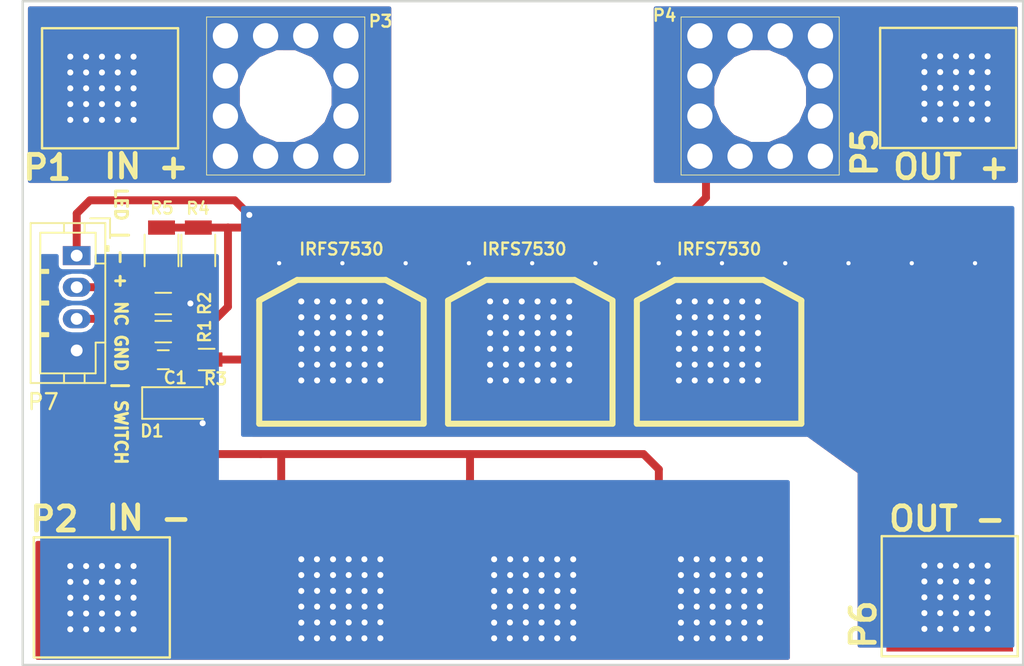
<source format=kicad_pcb>
(kicad_pcb (version 20240108) (generator "pcbnew") (generator_version "8.0")
  (layers (0 "F.Cu" signal) (31 "B.Cu" signal) (34 "B.Paste" user) (35 "F.Paste" user) (36 "B.SilkS" user "B.Silkscreen") (37 "F.SilkS" user "F.Silkscreen") (38 "B.Mask" user) (39 "F.Mask" user) (44 "Edge.Cuts" user))
  (net 0 "")
  (net 1 "VCC")
  (net 2 "GND")
  (net 3 "Net-(C1-Pad1)")
  (net 4 "Net-(P4-Pad1)")
  (net 5 "Net-(P6-Pad1)")
  (net 6 "/SW_NC")
  (net 7 "Net-(P7-Pad2)")
  (footprint "Capacitors_SMD:C_0603" (layer "F.Cu") (at 92.569 82.957 180)
    (property "Reference" "C1")
    (property "Value" "1uF")
  )
  (footprint "Global_Parts:M5_Screw_Terminal_12_pin" (layer "F.Cu") (at 100.31 66.27)
    (property "Reference" "P3")
    (property "Value" "Screw_Terminal")
  )
  (footprint "Global_Parts:M5_Screw_Terminal_12_pin" (layer "F.Cu") (at 130.31 66.27)
    (property "Reference" "P4")
    (property "Value" "Screw_Terminal")
  )
  (footprint "sparkparts:D2PAK-7-GDS" (layer "F.Cu") (at 103.837 87.708)
    (property "Reference" "Q1" (hide yes))
    (property "Value" "IRFS7530")
  )
  (footprint "sparkparts:D2PAK-7-GDS" (layer "F.Cu") (at 115.775 87.708)
    (property "Reference" "Q2" (hide yes))
    (property "Value" "IRFS7530")
  )
  (footprint "sparkparts:D2PAK-7-GDS" (layer "F.Cu") (at 127.713 87.708)
    (property "Reference" "Q3" (hide yes))
    (property "Value" "IRFS7530")
  )
  (footprint "Resistors_SMD:R_0603" (layer "F.Cu") (at 92.569 81.179 180)
    (property "Reference" "R1")
    (property "Value" "1M")
  )
  (footprint "Resistors_SMD:R_0603" (layer "F.Cu") (at 92.569 79.401)
    (property "Reference" "R2")
    (property "Value" "1M")
  )
  (footprint "Resistors_SMD:R_0603" (layer "F.Cu") (at 95.31 82.945 180)
    (property "Reference" "R3")
    (property "Value" "1K")
  )
  (footprint "Resistors_SMD:R_1206" (layer "F.Cu") (at 94.785 76.045 -90)
    (property "Reference" "R4")
    (property "Value" "16.5K")
  )
  (footprint "Resistors_SMD:R_1206" (layer "F.Cu") (at 92.46 76.045 -90)
    (property "Reference" "R5")
    (property "Value" "16.5K")
  )
  (footprint "Kinetic_Footprints:via-0.45mm" (layer "F.Cu") (at 99.895 76.85)
    (property "Reference" "")
    (property "Value" "")
  )
  (footprint "Kinetic_Footprints:via-0.45mm" (layer "F.Cu") (at 103.895 76.85)
    (property "Reference" "")
    (property "Value" "")
  )
  (footprint "Kinetic_Footprints:via-0.45mm" (layer "F.Cu") (at 107.895 76.85)
    (property "Reference" "")
    (property "Value" "")
  )
  (footprint "Kinetic_Footprints:via-0.45mm" (layer "F.Cu") (at 111.895 76.85)
    (property "Reference" "")
    (property "Value" "")
  )
  (footprint "Kinetic_Footprints:via-0.45mm" (layer "F.Cu") (at 115.895 76.85)
    (property "Reference" "")
    (property "Value" "")
  )
  (footprint "Kinetic_Footprints:via-0.45mm" (layer "F.Cu") (at 119.895 76.85)
    (property "Reference" "")
    (property "Value" "")
  )
  (footprint "Kinetic_Footprints:via-0.45mm" (layer "F.Cu") (at 123.895 76.85)
    (property "Reference" "")
    (property "Value" "")
  )
  (footprint "Kinetic_Footprints:via-0.45mm" (layer "F.Cu") (at 127.895 76.85)
    (property "Reference" "")
    (property "Value" "")
  )
  (footprint "Kinetic_Footprints:via-0.45mm" (layer "F.Cu") (at 131.895 76.85)
    (property "Reference" "")
    (property "Value" "")
  )
  (footprint "Kinetic_Footprints:via-0.45mm" (layer "F.Cu") (at 135.895 76.85)
    (property "Reference" "")
    (property "Value" "")
  )
  (footprint "Kinetic_Footprints:via-0.45mm" (layer "F.Cu") (at 139.895 76.85)
    (property "Reference" "")
    (property "Value" "")
  )
  (footprint "Kinetic_Footprints:via-0.45mm" (layer "F.Cu") (at 143.895 76.85)
    (property "Reference" "")
    (property "Value" "")
  )
  (footprint "sparkparts:1PAD_8x7mm" (layer "F.Cu") (at 89.205 65.78)
    (property "Reference" "P1")
    (property "Value" "Pad_Conn" (hide yes))
  )
  (footprint "sparkparts:1PAD_8x7mm" (layer "F.Cu") (at 88.685 97.995)
    (property "Reference" "P2")
    (property "Value" "Pad_Conn" (hide yes))
  )
  (footprint "sparkparts:1PAD_8x7mm" (layer "F.Cu") (at 142.195 65.76)
    (property "Reference" "P5")
    (property "Value" "Pad_Conn" (hide yes))
  )
  (footprint "sparkparts:1PAD_8x7mm" (layer "F.Cu") (at 142.295 97.92)
    (property "Reference" "P6")
    (property "Value" "Pad_Conn" (hide yes))
  )
  (footprint "Diodes_SMD:D_SOD-123F" (layer "F.Cu") (at 93.435 85.695)
    (property "Reference" "D1")
    (property "Value" "ZENER")
  )
  (footprint "Connector_JST:JST_PH_B4B-PH-K_1x04_P2.00mm_Vertical" (layer "F.Cu") (at 87.095 76.37 -90)
    (property "Reference" "P7")
    (property "Value" "CONN_01X04")
  )
  (gr_line (start 83.685 60.27) (end 83.685 102.27) (stroke (width 0.15)) (layer "Edge.Cuts"))
  (gr_line (start 146.935 60.27) (end 83.685 60.27) (stroke (width 0.15)) (layer "Edge.Cuts"))
  (gr_line (start 146.935 102.27) (end 146.935 60.27) (stroke (width 0.15)) (layer "Edge.Cuts"))
  (gr_line (start 83.685 102.27) (end 146.935 102.27) (stroke (width 0.15)) (layer "Edge.Cuts"))
  (gr_text "LED | - +" (at 89.895 75.27 270) (layer "F.SilkS") (effects (font (size 0.75 0.75) (thickness 0.1875))))
  (gr_text "IN -" (at 91.665 92.96 0) (layer "F.SilkS") (effects (font (size 1.5 1.5) (thickness 0.3))))
  (gr_text "OUT +" (at 142.395 70.76 0) (layer "F.SilkS") (effects (font (size 1.5 1.5) (thickness 0.3))))
  (gr_text "OUT -" (at 142.135 93.02 0) (layer "F.SilkS") (effects (font (size 1.5 1.5) (thickness 0.3))))
  (gr_text "IN +" (at 91.505 70.72 0) (layer "F.SilkS") (effects (font (size 1.5 1.5) (thickness 0.3))))
  (gr_text "NC GND | SWITCH" (at 89.895 84.42 270) (layer "F.SilkS") (effects (font (size 0.75 0.75) (thickness 0.1875))))
  (segment (start 90.692 64.7812) (end 89.692 64.7812) (width 0.25) (layer "F.Cu") (net 1))
  (segment (start 89.692 64.7812) (end 88.692 64.7812) (width 0.25) (layer "F.Cu") (net 1))
  (segment (start 89.692 67.7812) (end 90.692 67.7812) (width 0.25) (layer "F.Cu") (net 1))
  (segment (start 87.692 65.7812) (end 88.692 65.7812) (width 0.25) (layer "F.Cu") (net 1))
  (segment (start 90.692 66.7812) (end 89.692 66.7812) (width 0.25) (layer "F.Cu") (net 1))
  (segment (start 90.692 65.7812) (end 90.692 66.7812) (width 0.25) (layer "F.Cu") (net 1))
  (segment (start 87.692 67.7812) (end 86.692 67.7812) (width 0.25) (layer "F.Cu") (net 1))
  (segment (start 86.692 63.7812) (end 87.692 63.7812) (width 0.25) (layer "F.Cu") (net 1))
  (segment (start 86.692 64.7812) (end 86.692 65.7812) (width 0.25) (layer "F.Cu") (net 1))
  (segment (start 86.692 66.7812) (end 86.692 67.7812) (width 0.25) (layer "F.Cu") (net 1))
  (segment (start 87.692 64.7812) (end 86.692 64.7812) (width 0.25) (layer "F.Cu") (net 1))
  (segment (start 88.692 67.7812) (end 89.692 67.7812) (width 0.25) (layer "F.Cu") (net 1))
  (segment (start 87.692 66.7812) (end 86.692 66.7812) (width 0.25) (layer "F.Cu") (net 1))
  (segment (start 89.692 63.7812) (end 90.692 63.7812) (width 0.25) (layer "F.Cu") (net 1))
  (segment (start 88.692 65.7812) (end 87.692 64.7812) (width 0.25) (layer "F.Cu") (net 1))
  (segment (start 87.692 64.7812) (end 86.692 63.7812) (width 0.25) (layer "F.Cu") (net 1))
  (segment (start 90.692 63.7812) (end 90.692 64.7812) (width 0.25) (layer "F.Cu") (net 1))
  (segment (start 89.692 66.7812) (end 88.692 66.7812) (width 0.25) (layer "F.Cu") (net 1))
  (segment (start 88.692 64.7812) (end 87.692 64.7812) (width 0.25) (layer "F.Cu") (net 1))
  (segment (start 89.692 65.7812) (end 90.692 65.7812) (width 0.25) (layer "F.Cu") (net 1))
  (segment (start 86.692 65.7812) (end 87.692 65.7812) (width 0.25) (layer "F.Cu") (net 1))
  (segment (start 88.692 63.7812) (end 87.692 63.7812) (width 0.25) (layer "F.Cu") (net 1))
  (segment (start 87.692 67.7812) (end 88.692 67.7812) (width 0.25) (layer "F.Cu") (net 1))
  (segment (start 88.692 65.7812) (end 89.692 65.7812) (width 0.25) (layer "F.Cu") (net 1))
  (segment (start 88.692 66.7812) (end 87.692 66.7812) (width 0.25) (layer "F.Cu") (net 1))
  (segment (start 88.692 63.7812) (end 89.692 63.7812) (width 0.25) (layer "F.Cu") (net 1))
  (via (at 87.692 63.7812) (size 0.635) (drill 0.381) (layers "F.Cu" "B.Cu") (net 1))
  (via (at 88.692 63.7812) (size 0.635) (drill 0.381) (layers "F.Cu" "B.Cu") (net 1))
  (via (at 89.692 63.7812) (size 0.635) (drill 0.381) (layers "F.Cu" "B.Cu") (net 1))
  (via (at 90.692 63.7812) (size 0.635) (drill 0.381) (layers "F.Cu" "B.Cu") (net 1))
  (via (at 86.692 64.7812) (size 0.635) (drill 0.381) (layers "F.Cu" "B.Cu") (net 1))
  (via (at 87.692 64.7812) (size 0.635) (drill 0.381) (layers "F.Cu" "B.Cu") (net 1))
  (via (at 88.692 64.7812) (size 0.635) (drill 0.381) (layers "F.Cu" "B.Cu") (net 1))
  (via (at 89.692 64.7812) (size 0.635) (drill 0.381) (layers "F.Cu" "B.Cu") (net 1))
  (via (at 90.692 64.7812) (size 0.635) (drill 0.381) (layers "F.Cu" "B.Cu") (net 1))
  (via (at 86.692 65.7812) (size 0.635) (drill 0.381) (layers "F.Cu" "B.Cu") (net 1))
  (via (at 87.692 65.7812) (size 0.635) (drill 0.381) (layers "F.Cu" "B.Cu") (net 1))
  (via (at 88.692 65.7812) (size 0.635) (drill 0.381) (layers "F.Cu" "B.Cu") (net 1))
  (via (at 89.692 65.7812) (size 0.635) (drill 0.381) (layers "F.Cu" "B.Cu") (net 1))
  (via (at 90.692 65.7812) (size 0.635) (drill 0.381) (layers "F.Cu" "B.Cu") (net 1))
  (via (at 86.692 66.7812) (size 0.635) (drill 0.381) (layers "F.Cu" "B.Cu") (net 1))
  (via (at 87.692 66.7812) (size 0.635) (drill 0.381) (layers "F.Cu" "B.Cu") (net 1))
  (via (at 88.692 66.7812) (size 0.635) (drill 0.381) (layers "F.Cu" "B.Cu") (net 1))
  (via (at 89.692 66.7812) (size 0.635) (drill 0.381) (layers "F.Cu" "B.Cu") (net 1))
  (via (at 90.692 66.7812) (size 0.635) (drill 0.381) (layers "F.Cu" "B.Cu") (net 1))
  (via (at 86.692 67.7812) (size 0.635) (drill 0.381) (layers "F.Cu" "B.Cu") (net 1))
  (via (at 87.692 67.7812) (size 0.635) (drill 0.381) (layers "F.Cu" "B.Cu") (net 1))
  (via (at 88.692 67.7812) (size 0.635) (drill 0.381) (layers "F.Cu" "B.Cu") (net 1))
  (via (at 89.692 67.7812) (size 0.635) (drill 0.381) (layers "F.Cu" "B.Cu") (net 1))
  (via (at 90.692 67.7812) (size 0.635) (drill 0.381) (layers "F.Cu" "B.Cu") (net 1))
  (via (at 86.692 63.7812) (size 0.635) (drill 0.381) (layers "F.Cu" "B.Cu") (net 1))
  (segment (start 113.362 95.455) (end 113.489 95.582) (width 0.25) (layer "F.Cu") (net 2))
  (segment (start 101.17 95.455) (end 101.297 95.582) (width 0.25) (layer "F.Cu") (net 2))
  (segment (start 89.692 99.0138) (end 90.692 99.0138) (width 0.25) (layer "F.Cu") (net 2))
  (segment (start 130.3 100.582) (end 129.3132 100.582) (width 0.25) (layer "F.Cu") (net 2))
  (segment (start 90.692 99.0138) (end 90.692 100.0138) (width 0.25) (layer "F.Cu") (net 2))
  (segment (start 94.279 79.401) (end 94.285 79.395) (width 0.5) (layer "F.Cu") (net 2))
  (segment (start 129.3132 100.582) (end 128.2972 100.582) (width 0.25) (layer "F.Cu") (net 2))
  (segment (start 86.692 97.0138) (end 86.692 98.0138) (width 0.25) (layer "F.Cu") (net 2))
  (segment (start 129.3 99.582) (end 128.2972 99.582) (width 0.25) (layer "F.Cu") (net 2))
  (segment (start 86.692 98.0138) (end 87.692 98.0138) (width 0.25) (layer "F.Cu") (net 2))
  (segment (start 125.3 95.582) (end 126.316 95.582) (width 0.25) (layer "F.Cu") (net 2))
  (segment (start 88.692 96.0138) (end 89.692 96.0138) (width 0.25) (layer "F.Cu") (net 2))
  (segment (start 101.297 95.582) (end 101.297 92.40954) (width 0.25) (layer "F.Cu") (net 2))
  (segment (start 129.3 96.582) (end 129.3 97.5886) (width 0.25) (layer "F.Cu") (net 2))
  (segment (start 89.692 100.0138) (end 88.692 100.0138) (width 0.25) (layer "F.Cu") (net 2))
  (segment (start 88.692 97.0138) (end 87.692 97.0138) (width 0.25) (layer "F.Cu") (net 2))
  (segment (start 89.692 98.0138) (end 90.692 98.0138) (width 0.25) (layer "F.Cu") (net 2))
  (segment (start 87.692 100.0138) (end 86.692 100.0138) (width 0.25) (layer "F.Cu") (net 2))
  (segment (start 87.692 96.0138) (end 87.692 97.0138) (width 0.25) (layer "F.Cu") (net 2))
  (segment (start 86.692 96.0138) (end 88.692 98.0138) (width 0.25) (layer "F.Cu") (net 2))
  (segment (start 88.692 98.0138) (end 87.692 98.0138) (width 0.25) (layer "F.Cu") (net 2))
  (segment (start 130.3 95.582) (end 130.3 96.5726) (width 0.25) (layer "F.Cu") (net 2))
  (segment (start 95.07 85.695) (end 95.07 86.96) (width 0.5) (layer "F.Cu") (net 2))
  (segment (start 89.692 97.0138) (end 88.692 97.0138) (width 0.25) (layer "F.Cu") (net 2))
  (segment (start 86.692 99.0138) (end 87.692 99.0138) (width 0.25) (layer "F.Cu") (net 2))
  (segment (start 90.692 100.0138) (end 89.692 100.0138) (width 0.25) (layer "F.Cu") (net 2))
  (segment (start 130.3 98.5792) (end 130.3 99.5698) (width 0.25) (layer "F.Cu") (net 2))
  (segment (start 113.489 95.582) (end 113.489 92.66354) (width 0.25) (layer "F.Cu") (net 2))
  (segment (start 89.7038 99.0138) (end 88.685 97.995) (width 0.25) (layer "F.Cu") (net 2))
  (segment (start 88.692 100.0138) (end 87.692 100.0138) (width 0.25) (layer "F.Cu") (net 2))
  (segment (start 87.692 96.0138) (end 88.692 96.0138) (width 0.25) (layer "F.Cu") (net 2))
  (segment (start 90.692 97.0138) (end 89.692 97.0138) (width 0.25) (layer "F.Cu") (net 2))
  (segment (start 130.3 97.5886) (end 130.3 98.5792) (width 0.25) (layer "F.Cu") (net 2))
  (segment (start 87.692 99.0138) (end 88.692 99.0138) (width 0.25) (layer "F.Cu") (net 2))
  (segment (start 129.3 97.5886) (end 129.3 98.5792) (width 0.25) (layer "F.Cu") (net 2))
  (segment (start 88.692 99.0138) (end 89.692 99.0138) (width 0.25) (layer "F.Cu") (net 2))
  (segment (start 95.07 86.96) (end 95.06 86.97) (width 0.5) (layer "F.Cu") (net 2))
  (segment (start 88.692 98.0138) (end 89.692 98.0138) (width 0.25) (layer "F.Cu") (net 2))
  (segment (start 90.692 96.0138) (end 90.692 97.0138) (width 0.25) (layer "F.Cu") (net 2))
  (segment (start 88.692 98.0138) (end 88.692 98.002) (width 0.25) (layer "F.Cu") (net 2))
  (segment (start 87.692 97.0138) (end 88.692 98.0138) (width 0.25) (layer "F.Cu") (net 2))
  (segment (start 128.3 97.582) (end 127.3066 97.582) (width 0.25) (layer "F.Cu") (net 2))
  (segment (start 128.348 95.582) (end 129.3005 95.582) (width 0.25) (layer "F.Cu") (net 2))
  (segment (start 87.692 97.0138) (end 86.692 97.0138) (width 0.25) (layer "F.Cu") (net 2))
  (segment (start 90.692 99.0138) (end 89.7038 99.0138) (width 0.25) (layer "F.Cu") (net 2))
  (segment (start 93.319 79.401) (end 94.279 79.401) (width 0.5) (layer "F.Cu") (net 2))
  (segment (start 89.692 96.0138) (end 90.692 96.0138) (width 0.25) (layer "F.Cu") (net 2))
  (segment (start 130.3 96.5726) (end 130.3 97.5886) (width 0.25) (layer "F.Cu") (net 2))
  (segment (start 113.489 92.66354) (end 113.235 92.40954) (width 0.25) (layer "F.Cu") (net 2))
  (segment (start 88.692 98.002) (end 88.685 97.995) (width 0.25) (layer "F.Cu") (net 2))
  (segment (start 125.173 92.40954) (end 125.173 95.455) (width 0.25) (layer "F.Cu") (net 2))
  (segment (start 86.692 98.0138) (end 86.692 99.0138) (width 0.25) (layer "F.Cu") (net 2))
  (segment (start 125.173 95.455) (end 125.3 95.582) (width 0.25) (layer "F.Cu") (net 2))
  (segment (start 128.2972 99.582) (end 127.3066 99.582) (width 0.25) (layer "F.Cu") (net 2))
  (segment (start 86.692 96.0138) (end 87.692 96.0138) (width 0.25) (layer "F.Cu") (net 2))
  (via (at 130.3 95.582) (size 0.635) (drill 0.381) (layers "F.Cu" "B.Cu") (net 2))
  (via (at 125.3 96.582) (size 0.635) (drill 0.381) (layers "F.Cu" "B.Cu") (net 2))
  (via (at 129.3 96.582) (size 0.635) (drill 0.381) (layers "F.Cu" "B.Cu") (net 2))
  (via (at 126.3 97.582) (size 0.635) (drill 0.381) (layers "F.Cu" "B.Cu") (net 2))
  (via (at 128.3 97.582) (size 0.635) (drill 0.381) (layers "F.Cu" "B.Cu") (net 2))
  (via (at 127.3 98.582) (size 0.635) (drill 0.381) (layers "F.Cu" "B.Cu") (net 2))
  (via (at 128.3 98.582) (size 0.635) (drill 0.381) (layers "F.Cu" "B.Cu") (net 2))
  (via (at 126.3 99.582) (size 0.635) (drill 0.381) (layers "F.Cu" "B.Cu") (net 2))
  (via (at 129.3 99.582) (size 0.635) (drill 0.381) (layers "F.Cu" "B.Cu") (net 2))
  (via (at 125.3 100.582) (size 0.635) (drill 0.381) (layers "F.Cu" "B.Cu") (net 2))
  (via (at 130.3 100.582) (size 0.635) (drill 0.381) (layers "F.Cu" "B.Cu") (net 2))
  (via (at 117.489 96.582) (size 0.635) (drill 0.381) (layers "F.Cu" "B.Cu") (net 2))
  (via (at 118.489 95.582) (size 0.635) (drill 0.381) (layers "F.Cu" "B.Cu") (net 2))
  (via (at 116.489 98.582) (size 0.635) (drill 0.381) (layers "F.Cu" "B.Cu") (net 2))
  (via (at 117.489 99.582) (size 0.635) (drill 0.381) (layers "F.Cu" "B.Cu") (net 2))
  (via (at 118.489 100.582) (size 0.635) (drill 0.381) (layers "F.Cu" "B.Cu") (net 2))
  (via (at 116.489 97.582) (size 0.635) (drill 0.381) (layers "F.Cu" "B.Cu") (net 2))
  (via (at 114.489 97.582) (size 0.635) (drill 0.381) (layers "F.Cu" "B.Cu") (net 2))
  (via (at 113.489 100.582) (size 0.635) (drill 0.381) (layers "F.Cu" "B.Cu") (net 2))
  (via (at 114.489 99.582) (size 0.635) (drill 0.381) (layers "F.Cu" "B.Cu") (net 2))
  (via (at 113.489 96.582) (size 0.635) (drill 0.381) (layers "F.Cu" "B.Cu") (net 2))
  (via (at 113.489 95.582) (size 0.635) (drill 0.381) (layers "F.Cu" "B.Cu") (net 2))
  (via (at 105.297 96.582) (size 0.635) (drill 0.381) (layers "F.Cu" "B.Cu") (net 2))
  (via (at 106.297 95.582) (size 0.635) (drill 0.381) (layers "F.Cu" "B.Cu") (net 2))
  (via (at 104.297 98.582) (size 0.635) (drill 0.381) (layers "F.Cu" "B.Cu") (net 2))
  (via (at 105.297 99.582) (size 0.635) (drill 0.381) (layers "F.Cu" "B.Cu") (net 2))
  (via (at 106.297 100.582) (size 0.635) (drill 0.381) (layers "F.Cu" "B.Cu") (net 2))
  (via (at 104.297 97.582) (size 0.635) (drill 0.381) (layers "F.Cu" "B.Cu") (net 2))
  (via (at 102.297 97.582) (size 0.635) (drill 0.381) (layers "F.Cu" "B.Cu") (net 2))
  (via (at 103.297 98.582) (size 0.635) (drill 0.381) (layers "F.Cu" "B.Cu") (net 2))
  (via (at 101.297 100.582) (size 0.635) (drill 0.381) (layers "F.Cu" "B.Cu") (net 2))
  (via (at 102.297 99.582) (size 0.635) (drill 0.381) (layers "F.Cu" "B.Cu") (net 2))
  (via (at 101.297 96.582) (size 0.635) (drill 0.381) (layers "F.Cu" "B.Cu") (net 2))
  (via (at 101.297 95.582) (size 0.635) (drill 0.381) (layers "F.Cu" "B.Cu") (net 2))
  (via (at 87.692 96.0138) (size 0.635) (drill 0.381) (layers "F.Cu" "B.Cu") (net 2))
  (via (at 88.692 96.0138) (size 0.635) (drill 0.381) (layers "F.Cu" "B.Cu") (net 2))
  (via (at 89.692 96.0138) (size 0.635) (drill 0.381) (layers "F.Cu" "B.Cu") (net 2))
  (via (at 90.692 96.0138) (size 0.635) (drill 0.381) (layers "F.Cu" "B.Cu") (net 2))
  (via (at 86.692 97.0138) (size 0.635) (drill 0.381) (layers "F.Cu" "B.Cu") (net 2))
  (via (at 87.692 97.0138) (size 0.635) (drill 0.381) (layers "F.Cu" "B.Cu") (net 2))
  (via (at 88.692 97.0138) (size 0.635) (drill 0.381) (layers "F.Cu" "B.Cu") (net 2))
  (via (at 89.692 97.0138) (size 0.635) (drill 0.381) (layers "F.Cu" "B.Cu") (net 2))
  (via (at 90.692 97.0138) (size 0.635) (drill 0.381) (layers "F.Cu" "B.Cu") (net 2))
  (via (at 86.692 98.0138) (size 0.635) (drill 0.381) (layers "F.Cu" "B.Cu") (net 2))
  (via (at 87.692 98.0138) (size 0.635) (drill 0.381) (layers "F.Cu" "B.Cu") (net 2))
  (via (at 88.692 98.0138) (size 0.635) (drill 0.381) (layers "F.Cu" "B.Cu") (net 2))
  (via (at 89.692 98.0138) (size 0.635) (drill 0.381) (layers "F.Cu" "B.Cu") (net 2))
  (via (at 90.692 98.0138) (size 0.635) (drill 0.381) (layers "F.Cu" "B.Cu") (net 2))
  (via (at 86.692 99.0138) (size 0.635) (drill 0.381) (layers "F.Cu" "B.Cu") (net 2))
  (via (at 87.692 99.0138) (size 0.635) (drill 0.381) (layers "F.Cu" "B.Cu") (net 2))
  (via (at 88.692 99.0138) (size 0.635) (drill 0.381) (layers "F.Cu" "B.Cu") (net 2))
  (via (at 89.692 99.0138) (size 0.635) (drill 0.381) (layers "F.Cu" "B.Cu") (net 2))
  (via (at 90.692 99.0138) (size 0.635) (drill 0.381) (layers "F.Cu" "B.Cu") (net 2))
  (via (at 86.692 100.0138) (size 0.635) (drill 0.381) (layers "F.Cu" "B.Cu") (net 2))
  (via (at 87.692 100.0138) (size 0.635) (drill 0.381) (layers "F.Cu" "B.Cu") (net 2))
  (via (at 88.692 100.0138) (size 0.635) (drill 0.381) (layers "F.Cu" "B.Cu") (net 2))
  (via (at 89.692 100.0138) (size 0.635) (drill 0.381) (layers "F.Cu" "B.Cu") (net 2))
  (via (at 90.692 100.0138) (size 0.635) (drill 0.381) (layers "F.Cu" "B.Cu") (net 2))
  (via (at 106.297 98.5792) (size 0.635) (drill 0.381) (layers "F.Cu" "B.Cu") (net 2))
  (via (at 118.489 96.5726) (size 0.635) (drill 0.381) (layers "F.Cu" "B.Cu") (net 2))
  (via (at 106.297 99.5698) (size 0.635) (drill 0.381) (layers "F.Cu" "B.Cu") (net 2))
  (via (at 105.2848 95.582) (size 0.635) (drill 0.381) (layers "F.Cu" "B.Cu") (net 2))
  (via (at 115.4956 100.582) (size 0.635) (drill 0.381) (layers "F.Cu" "B.Cu") (net 2))
  (via (at 115.4956 97.582) (size 0.635) (drill 0.381) (layers "F.Cu" "B.Cu") (net 2))
  (via (at 103.3036 99.582) (size 0.635) (drill 0.381) (layers "F.Cu" "B.Cu") (net 2))
  (via (at 105.297 97.5886) (size 0.635) (drill 0.381) (layers "F.Cu" "B.Cu") (net 2))
  (via (at 117.489 98.5792) (size 0.635) (drill 0.381) (layers "F.Cu" "B.Cu") (net 2))
  (via (at 129.3005 95.582) (size 0.635) (drill 0.381) (layers "F.Cu" "B.Cu") (net 2))
  (via (at 129.3 97.5886) (size 0.635) (drill 0.381) (layers "F.Cu" "B.Cu") (net 2))
  (via (at 126.2906 95.582) (size 0.635) (drill 0.381) (layers "F.Cu" "B.Cu") (net 2))
  (via (at 86.692 96.0138) (size 0.635) (drill 0.381) (layers "F.Cu" "B.Cu") (net 2))
  (via (at 103.3036 100.582) (size 0.635) (drill 0.381) (layers "F.Cu" "B.Cu") (net 2))
  (via (at 125.3 98.5792) (size 0.635) (drill 0.381) (layers "F.Cu" "B.Cu") (net 2))
  (via (at 114.505 96.582) (size 0.635) (drill 0.381) (layers "F.Cu" "B.Cu") (net 2))
  (via (at 115.4956 96.582) (size 0.635) (drill 0.381) (layers "F.Cu" "B.Cu") (net 2))
  (via (at 113.489 98.5792) (size 0.635) (drill 0.381) (layers "F.Cu" "B.Cu") (net 2))
  (via (at 104.2942 99.582) (size 0.635) (drill 0.381) (layers "F.Cu" "B.Cu") (net 2))
  (via (at 105.297 98.5792) (size 0.635) (drill 0.381) (layers "F.Cu" "B.Cu") (net 2))
  (via (at 117.4768 100.582) (size 0.635) (drill 0.381) (layers "F.Cu" "B.Cu") (net 2))
  (via (at 130.3 97.5886) (size 0.635) (drill 0.381) (layers "F.Cu" "B.Cu") (net 2))
  (via (at 130.3 96.5726) (size 0.635) (drill 0.381) (layers "F.Cu" "B.Cu") (net 2))
  (via (at 113.489 99.5952) (size 0.635) (drill 0.381) (layers "F.Cu" "B.Cu") (net 2))
  (via (at 103.3036 97.582) (size 0.635) (drill 0.381) (layers "F.Cu" "B.Cu") (net 2))
  (via (at 130.3 99.5698) (size 0.635) (drill 0.381) (layers "F.Cu" "B.Cu") (net 2))
  (via (at 128.2972 96.582) (size 0.635) (drill 0.381) (layers "F.Cu" "B.Cu") (net 2))
  (via (at 118.489 97.5886) (size 0.635) (drill 0.381) (layers "F.Cu" "B.Cu") (net 2))
  (via (at 130.3 98.5792) (size 0.635) (drill 0.381) (layers "F.Cu" "B.Cu") (net 2))
  (via (at 95.06 86.97) (size 0.635) (drill 0.381) (layers "F.Cu" "B.Cu") (net 2))
  (via (at 103.3036 96.582) (size 0.635) (drill 0.381) (layers "F.Cu" "B.Cu") (net 2))
  (via (at 128.2972 100.582) (size 0.635) (drill 0.381) (layers "F.Cu" "B.Cu") (net 2))
  (via (at 118.489 99.5952) (size 0.635) (drill 0.381) (layers "F.Cu" "B.Cu") (net 2))
  (via (at 129.3132 100.582) (size 0.635) (drill 0.381) (layers "F.Cu" "B.Cu") (net 2))
  (via (at 114.489 98.5792) (size 0.635) (drill 0.381) (layers "F.Cu" "B.Cu") (net 2))
  (via (at 104.2942 95.582) (size 0.635) (drill 0.381) (layers "F.Cu" "B.Cu") (net 2))
  (via (at 102.297 98.5792) (size 0.635) (drill 0.381) (layers "F.Cu" "B.Cu") (net 2))
  (via (at 101.297 99.5952) (size 0.635) (drill 0.381) (layers "F.Cu" "B.Cu") (net 2))
  (via (at 115.4956 95.582) (size 0.635) (drill 0.381) (layers "F.Cu" "B.Cu") (net 2))
  (via (at 114.4796 100.582) (size 0.635) (drill 0.381) (layers "F.Cu" "B.Cu") (net 2))
  (via (at 117.4768 95.582) (size 0.635) (drill 0.381) (layers "F.Cu" "B.Cu") (net 2))
  (via (at 114.505 95.582) (size 0.635) (drill 0.381) (layers "F.Cu" "B.Cu") (net 2))
  (via (at 104.2942 100.582) (size 0.635) (drill 0.381) (layers "F.Cu" "B.Cu") (net 2))
  (via (at 106.297 97.5886) (size 0.635) (drill 0.381) (layers "F.Cu" "B.Cu") (net 2))
  (via (at 106.297 96.5726) (size 0.635) (drill 0.381) (layers "F.Cu" "B.Cu") (net 2))
  (via (at 127.3066 99.582) (size 0.635) (drill 0.381) (layers "F.Cu" "B.Cu") (net 2))
  (via (at 101.297 98.5792) (size 0.635) (drill 0.381) (layers "F.Cu" "B.Cu") (net 2))
  (via (at 115.489 98.582) (size 0.635) (drill 0.381) (layers "F.Cu" "B.Cu") (net 2))
  (via (at 116.4862 99.582) (size 0.635) (drill 0.381) (layers "F.Cu" "B.Cu") (net 2))
  (via (at 118.489 98.5792) (size 0.635) (drill 0.381) (layers "F.Cu" "B.Cu") (net 2))
  (via (at 115.4956 99.582) (size 0.635) (drill 0.381) (layers "F.Cu" "B.Cu") (net 2))
  (via (at 103.3036 95.582) (size 0.635) (drill 0.381) (layers "F.Cu" "B.Cu") (net 2))
  (via (at 104.2942 96.582) (size 0.635) (drill 0.381) (layers "F.Cu" "B.Cu") (net 2))
  (via (at 101.297 97.5886) (size 0.635) (drill 0.381) (layers "F.Cu" "B.Cu") (net 2))
  (via (at 126.2906 96.582) (size 0.635) (drill 0.381) (layers "F.Cu" "B.Cu") (net 2))
  (via (at 125.3 95.582) (size 0.635) (drill 0.381) (layers "F.Cu" "B.Cu") (net 2))
  (via (at 116.4862 96.582) (size 0.635) (drill 0.381) (layers "F.Cu" "B.Cu") (net 2))
  (via (at 113.489 97.5886) (size 0.635) (drill 0.381) (layers "F.Cu" "B.Cu") (net 2))
  (via (at 125.3 97.5886) (size 0.635) (drill 0.381) (layers "F.Cu" "B.Cu") (net 2))
  (via (at 126.2906 100.582) (size 0.635) (drill 0.381) (layers "F.Cu" "B.Cu") (net 2))
  (via (at 127.3066 100.582) (size 0.635) (drill 0.381) (layers "F.Cu" "B.Cu") (net 2))
  (via (at 102.2876 100.582) (size 0.635) (drill 0.381) (layers "F.Cu" "B.Cu") (net 2))
  (via (at 116.4862 100.582) (size 0.635) (drill 0.381) (layers "F.Cu" "B.Cu") (net 2))
  (via (at 105.2848 100.582) (size 0.635) (drill 0.381) (layers "F.Cu" "B.Cu") (net 2))
  (via (at 117.489 97.5886) (size 0.635) (drill 0.381) (layers "F.Cu" "B.Cu") (net 2))
  (via (at 127.3066 95.582) (size 0.635) (drill 0.381) (layers "F.Cu" "B.Cu") (net 2))
  (via (at 128.2972 95.582) (size 0.635) (drill 0.381) (layers "F.Cu" "B.Cu") (net 2))
  (via (at 125.3 99.5952) (size 0.635) (drill 0.381) (layers "F.Cu" "B.Cu") (net 2))
  (via (at 128.2972 99.582) (size 0.635) (drill 0.381) (layers "F.Cu" "B.Cu") (net 2))
  (via (at 102.2876 95.582) (size 0.635) (drill 0.381) (layers "F.Cu" "B.Cu") (net 2))
  (via (at 126.3 98.5792) (size 0.635) (drill 0.381) (layers "F.Cu" "B.Cu") (net 2))
  (via (at 127.3066 96.582) (size 0.635) (drill 0.381) (layers "F.Cu" "B.Cu") (net 2))
  (via (at 116.4862 95.582) (size 0.635) (drill 0.381) (layers "F.Cu" "B.Cu") (net 2))
  (via (at 129.3 98.5792) (size 0.635) (drill 0.381) (layers "F.Cu" "B.Cu") (net 2))
  (via (at 94.285 79.395) (size 0.635) (drill 0.381) (layers "F.Cu" "B.Cu") (net 2))
  (via (at 127.3066 97.582) (size 0.635) (drill 0.381) (layers "F.Cu" "B.Cu") (net 2))
  (via (at 102.2876 96.582) (size 0.635) (drill 0.381) (layers "F.Cu" "B.Cu") (net 2))
  (segment (start 116.489 98.582) (end 116.489 97.582) (width 0.25) (layer "B.Cu") (net 2))
  (segment (start 116.489 98.582) (end 115.489 98.582) (width 0.25) (layer "B.Cu") (net 2))
  (segment (start 104.297 98.582) (end 104.297 97.582) (width 0.25) (layer "B.Cu") (net 2))
  (segment (start 104.297 98.582) (end 103.297 98.582) (width 0.25) (layer "B.Cu") (net 2))
  (segment (start 102.297 97.582) (end 101.3036 97.582) (width 0.25) (layer "B.Cu") (net 2))
  (segment (start 102.2876 100.582) (end 101.297 100.582) (width 0.25) (layer "B.Cu") (net 2))
  (segment (start 106.297 98.5792) (end 106.297 99.5698) (width 0.25) (layer "B.Cu") (net 2))
  (segment (start 114.489 99.582) (end 114.489 98.5792) (width 0.25) (layer "B.Cu") (net 2))
  (segment (start 115.4956 98.5754) (end 115.489 98.582) (width 0.25) (layer "B.Cu") (net 2))
  (segment (start 116.4862 95.582) (end 115.4956 95.582) (width 0.25) (layer "B.Cu") (net 2))
  (segment (start 104.297 98.582) (end 104.297 99.5792) (width 0.25) (layer "B.Cu") (net 2))
  (segment (start 118.489 96.5726) (end 118.489 97.5886) (width 0.25) (layer "B.Cu") (net 2))
  (segment (start 118.489 100.582) (end 117.4768 100.582) (width 0.25) (layer "B.Cu") (net 2))
  (segment (start 115.4956 97.582) (end 116.489 97.582) (width 0.25) (layer "B.Cu") (net 2))
  (segment (start 118.788999 95.881999) (end 118.489 95.582) (width 0.25) (layer "B.Cu") (net 2))
  (segment (start 114.489 97.582) (end 115.4956 97.582) (width 0.25) (layer "B.Cu") (net 2))
  (segment (start 114.489 99.582) (end 114.489 100.5726) (width 0.25) (layer "B.Cu") (net 2))
  (segment (start 129.3 97.5886) (end 129.3 98.5792) (width 0.25) (layer "B.Cu") (net 2))
  (segment (start 129.3 99.582) (end 128.2972 99.582) (width 0.25) (layer "B.Cu") (net 2))
  (segment (start 129.3 96.582) (end 128.2972 96.582) (width 0.25) (layer "B.Cu") (net 2))
  (segment (start 103.297 98.582) (end 103.297 99.5754) (width 0.25) (layer "B.Cu") (net 2))
  (segment (start 118.489 98.5792) (end 118.489 99.5952) (width 0.25) (layer "B.Cu") (net 2))
  (segment (start 125.3 95.582) (end 124.925001 95.956999) (width 0.25) (layer "B.Cu") (net 2))
  (segment (start 102.297 97.582) (end 103.3036 97.582) (width 0.25) (layer "B.Cu") (net 2))
  (segment (start 104.2942 99.582) (end 104.2942 100.582) (width 0.25) (layer "B.Cu") (net 2))
  (segment (start 103.3036 99.582) (end 102.297 99.582) (width 0.25) (layer "B.Cu") (net 2))
  (segment (start 104.297 98.582) (end 105.2942 98.582) (width 0.25) (layer "B.Cu") (net 2))
  (segment (start 130.3 96.5726) (end 130.3 97.5886) (width 0.25) (layer "B.Cu") (net 2))
  (segment (start 128.348 95.582) (end 129.3005 95.582) (width 0.25) (layer "B.Cu") (net 2))
  (segment (start 106.297 99.5698) (end 106.297 100.582) (width 0.25) (layer "B.Cu") (net 2))
  (segment (start 113.489 97.5886) (end 113.489 98.5792) (width 0.25) (layer "B.Cu") (net 2))
  (segment (start 114.505 96.582) (end 113.489 96.582) (width 0.25) (layer "B.Cu") (net 2))
  (segment (start 102.2998 98.582) (end 102.297 98.5792) (width 0.25) (layer "B.Cu") (net 2))
  (segment (start 116.489 99.5792) (end 116.4862 99.582) (width 0.25) (layer "B.Cu") (net 2))
  (segment (start 117.489 97.5886) (end 117.489 98.5792) (width 0.25) (layer "B.Cu") (net 2))
  (segment (start 126.3 99.582) (end 126.3 98.5792) (width 0.25) (layer "B.Cu") (net 2))
  (segment (start 104.2942 95.582) (end 105.2848 95.582) (width 0.25) (layer "B.Cu") (net 2))
  (segment (start 113.489 100.582) (end 113.489 99.5952) (width 0.25) (layer "B.Cu") (net 2))
  (segment (start 127.3066 99.582) (end 126.3 99.582) (width 0.25) (layer "B.Cu") (net 2))
  (segment (start 115.4956 97.582) (end 115.4956 98.5754) (width 0.25) (layer "B.Cu") (net 2))
  (segment (start 117.489 99.582) (end 117.489 100.5698) (width 0.25) (layer "B.Cu") (net 2))
  (segment (start 101.297 98.5792) (end 101.297 97.5886) (width 0.25) (layer "B.Cu") (net 2))
  (segment (start 113.489 95.582) (end 113.189001 95.282001) (width 0.25) (layer "B.Cu") (net 2))
  (segment (start 102.297 99.582) (end 102.297 98.5792) (width 0.25) (layer "B.Cu") (net 2))
  (segment (start 127.3 98.582) (end 126.3028 98.582) (width 0.25) (layer "B.Cu") (net 2))
  (segment (start 105.297 96.582) (end 106.2876 96.582) (width 0.25) (layer "B.Cu") (net 2))
  (segment (start 102.2876 96.582) (end 103.3036 96.582) (width 0.25) (layer "B.Cu") (net 2))
  (segment (start 127.3066 100.582) (end 126.2906 100.582) (width 0.25) (layer "B.Cu") (net 2))
  (segment (start 103.3036 95.582) (end 104.2942 95.582) (width 0.25) (layer "B.Cu") (net 2))
  (segment (start 125.3 97.5886) (end 125.3 98.6046) (width 0.25) (layer "B.Cu") (net 2))
  (segment (start 101.297 99.5952) (end 101.297 98.5792) (width 0.25) (layer "B.Cu") (net 2))
  (segment (start 103.3036 99.582) (end 103.3036 100.582) (width 0.25) (layer "B.Cu") (net 2))
  (segment (start 101.3036 97.582) (end 101.297 97.5886) (width 0.25) (layer "B.Cu") (net 2))
  (segment (start 126.3028 98.582) (end 126.3 98.5792) (width 0.25) (layer "B.Cu") (net 2))
  (segment (start 128.3 98.582) (end 127.3 98.582) (width 0.25) (layer "B.Cu") (net 2))
  (segment (start 128.3 98.582) (end 128.3 97.582) (width 0.25) (layer "B.Cu") (net 2))
  (segment (start 101.297 95.582) (end 102.2876 95.582) (width 0.25) (layer "B.Cu") (net 2))
  (segment (start 102.297 100.5726) (end 102.2876 100.582) (width 0.25) (layer "B.Cu") (net 2))
  (segment (start 115.4956 99.582) (end 114.489 99.582) (width 0.25) (layer "B.Cu") (net 2))
  (segment (start 101.297 96.582) (end 102.2876 96.582) (width 0.25) (layer "B.Cu") (net 2))
  (segment (start 117.4768 95.582) (end 116.4862 95.582) (width 0.25) (layer "B.Cu") (net 2))
  (segment (start 125.3 95.582) (end 126.316 95.582) (width 0.25) (layer "B.Cu") (net 2))
  (segment (start 103.3036 96.582) (end 104.2942 96.582) (width 0.25) (layer "B.Cu") (net 2))
  (segment (start 115.4956 96.582) (end 115.4956 97.582) (width 0.25) (layer "B.Cu") (net 2))
  (segment (start 114.489 97.582) (end 114.489 98.5792) (width 0.25) (layer "B.Cu") (net 2))
  (segment (start 105.297 98.5792) (end 106.297 98.5792) (width 0.25) (layer "B.Cu") (net 2))
  (segment (start 125.3 96.582) (end 125.3 97.5886) (width 0.25) (layer "B.Cu") (net 2))
  (segment (start 105.2848 95.582) (end 106.297 95.582) (width 0.25) (layer "B.Cu") (net 2))
  (segment (start 126.2906 96.582) (end 125.3 96.582) (width 0.25) (layer "B.Cu") (net 2))
  (segment (start 116.4862 96.582) (end 115.4956 96.582) (width 0.25) (layer "B.Cu") (net 2))
  (segment (start 117.489 96.582) (end 116.4862 96.582) (width 0.25) (layer "B.Cu") (net 2))
  (segment (start 103.3036 100.582) (end 102.2876 100.582) (width 0.25) (layer "B.Cu") (net 2))
  (segment (start 102.297 98.5792) (end 102.297 97.582) (width 0.25) (layer "B.Cu") (net 2))
  (segment (start 117.4768 100.582) (end 116.4862 100.582) (width 0.25) (layer "B.Cu") (net 2))
  (segment (start 106.596999 95.282001) (end 106.297 95.582) (width 0.25) (layer "B.Cu") (net 2))
  (segment (start 101.297 97.5886) (end 101.297 96.582) (width 0.25) (layer "B.Cu") (net 2))
  (segment (start 102.297 99.582) (end 102.297 100.5726) (width 0.25) (layer "B.Cu") (net 2))
  (segment (start 117.489 96.582) (end 117.489 97.5886) (width 0.25) (layer "B.Cu") (net 2))
  (segment (start 113.489 95.582) (end 114.505 95.582) (width 0.25) (layer "B.Cu") (net 2))
  (segment (start 101.3102 99.582) (end 101.297 99.5952) (width 0.25) (layer "B.Cu") (net 2))
  (segment (start 129.3132 100.582) (end 128.2972 100.582) (width 0.25) (layer "B.Cu") (net 2))
  (segment (start 129.3 98.5792) (end 129.3 99.582) (width 0.25) (layer "B.Cu") (net 2))
  (segment (start 103.297 99.5754) (end 103.3036 99.582) (width 0.25) (layer "B.Cu") (net 2))
  (segment (start 105.2942 98.582) (end 105.297 98.5792) (width 0.25) (layer "B.Cu") (net 2))
  (segment (start 130.3 95.582) (end 130.3 96.5726) (width 0.25) (layer "B.Cu") (net 2))
  (segment (start 118.489 97.5886) (end 118.489 98.5792) (width 0.25) (layer "B.Cu") (net 2))
  (segment (start 106.2848 99.582) (end 106.297 99.5698) (width 0.25) (layer "B.Cu") (net 2))
  (segment (start 114.489 100.5726) (end 114.4796 100.582) (width 0.25) (layer "B.Cu") (net 2))
  (segment (start 106.2876 96.582) (end 106.297 96.5726) (width 0.25) (layer "B.Cu") (net 2))
  (segment (start 105.297 96.582) (end 104.2942 96.582) (width 0.25) (layer "B.Cu") (net 2))
  (segment (start 102.297 98.5792) (end 101.297 98.5792) (width 0.25) (layer "B.Cu") (net 2))
  (segment (start 113.489 98.5792) (end 113.489 99.5952) (width 0.25) (layer "B.Cu") (net 2))
  (segment (start 102.297 99.582) (end 101.3102 99.582) (width 0.25) (layer "B.Cu") (net 2))
  (segment (start 103.3036 96.582) (end 103.3036 97.582) (width 0.25) (layer "B.Cu") (net 2))
  (segment (start 105.297 97.5886) (end 105.297 98.5792) (width 0.25) (layer "B.Cu") (net 2))
  (segment (start 115.4956 100.582) (end 114.4796 100.582) (width 0.25) (layer "B.Cu") (net 2))
  (segment (start 115.4956 95.582) (end 114.505 95.582) (width 0.25) (layer "B.Cu") (net 2))
  (segment (start 126.2906 100.582) (end 125.3 100.582) (width 0.25) (layer "B.Cu") (net 2))
  (segment (start 130.3 99.5698) (end 130.3 100.582) (width 0.25) (layer "B.Cu") (net 2))
  (segment (start 102.2876 95.582) (end 103.3036 95.582) (width 0.25) (layer "B.Cu") (net 2))
  (segment (start 117.489 98.5792) (end 117.489 99.582) (width 0.25) (layer "B.Cu") (net 2))
  (segment (start 129.3 96.582) (end 129.3 97.5886) (width 0.25) (layer "B.Cu") (net 2))
  (segment (start 104.2942 100.582) (end 103.3036 100.582) (width 0.25) (layer "B.Cu") (net 2))
  (segment (start 105.297 98.5792) (end 105.297 99.582) (width 0.25) (layer "B.Cu") (net 2))
  (segment (start 118.489 99.5952) (end 118.489 100.582) (width 0.25) (layer "B.Cu") (net 2))
  (segment (start 104.297 99.5792) (end 104.2942 99.582) (width 0.25) (layer "B.Cu") (net 2))
  (segment (start 116.4862 99.582) (end 116.4862 100.582) (width 0.25) (layer "B.Cu") (net 2))
  (segment (start 126.3 98.5792) (end 126.3 97.582) (width 0.25) (layer "B.Cu") (net 2))
  (segment (start 115.489 99.5754) (end 115.4956 99.582) (width 0.25) (layer "B.Cu") (net 2))
  (segment (start 106.297 100.582) (end 105.2848 100.582) (width 0.25) (layer "B.Cu") (net 2))
  (segment (start 130.3 97.5886) (end 130.3 98.5792) (width 0.25) (layer "B.Cu") (net 2))
  (segment (start 113.189001 95.282001) (end 106.596999 95.282001) (width 0.25) (layer "B.Cu") (net 2))
  (segment (start 129.3005 95.582) (end 130.3 95.582) (width 0.25) (layer "B.Cu") (net 2))
  (segment (start 127.3066 97.582) (end 128.3 97.582) (width 0.25) (layer "B.Cu") (net 2))
  (segment (start 128.2972 100.582) (end 127.3066 100.582) (width 0.25) (layer "B.Cu") (net 2))
  (segment (start 118.489 95.582) (end 117.4768 95.582) (width 0.25) (layer "B.Cu") (net 2))
  (segment (start 116.4862 100.582) (end 115.4956 100.582) (width 0.25) (layer "B.Cu") (net 2))
  (segment (start 106.297 96.5726) (end 106.297 97.5886) (width 0.25) (layer "B.Cu") (net 2))
  (segment (start 105.297 100.5698) (end 105.2848 100.582) (width 0.25) (layer "B.Cu") (net 2))
  (segment (start 130.3 98.5792) (end 130.3 99.5698) (width 0.25) (layer "B.Cu") (net 2))
  (segment (start 127.332 95.582) (end 128.348 95.582) (width 0.25) (layer "B.Cu") (net 2))
  (segment (start 125.3 100.582) (end 125.3 99.5952) (width 0.25) (layer "B.Cu") (net 2))
  (segment (start 105.297 99.582) (end 104.2942 99.582) (width 0.25) (layer "B.Cu") (net 2))
  (segment (start 127.3066 96.582) (end 126.2906 96.582) (width 0.25) (layer "B.Cu") (net 2))
  (segment (start 117.489 100.5698) (end 117.4768 100.582) (width 0.25) (layer "B.Cu") (net 2))
  (segment (start 105.2848 100.582) (end 104.2942 100.582) (width 0.25) (layer "B.Cu") (net 2))
  (segment (start 125.3 98.6046) (end 125.3 99.5952) (width 0.25) (layer "B.Cu") (net 2))
  (segment (start 91.772 87.708) (end 91.772 88.132264) (width 0.25) (layer "B.Cu") (net 2))
  (segment (start 113.489 96.582) (end 113.489 97.5886) (width 0.25) (layer "B.Cu") (net 2))
  (segment (start 124.925001 95.956999) (end 118.863999 95.956999) (width 0.25) (layer "B.Cu") (net 2))
  (segment (start 105.297 99.582) (end 106.2848 99.582) (width 0.25) (layer "B.Cu") (net 2))
  (segment (start 114.4796 100.582) (end 113.489 100.582) (width 0.25) (layer "B.Cu") (net 2))
  (segment (start 106.297 95.582) (end 106.297 96.5726) (width 0.25) (layer "B.Cu") (net 2))
  (segment (start 115.489 98.582) (end 115.489 99.5754) (width 0.25) (layer "B.Cu") (net 2))
  (segment (start 105.297 99.582) (end 105.297 100.5698) (width 0.25) (layer "B.Cu") (net 2))
  (segment (start 101.297 100.582) (end 101.297 99.5952) (width 0.25) (layer "B.Cu") (net 2))
  (segment (start 118.489 95.582) (end 118.489 96.5726) (width 0.25) (layer "B.Cu") (net 2))
  (segment (start 116.489 98.582) (end 116.489 99.5792) (width 0.25) (layer "B.Cu") (net 2))
  (segment (start 115.4956 99.582) (end 115.4956 100.582) (width 0.25) (layer "B.Cu") (net 2))
  (segment (start 104.2942 99.582) (end 103.3036 99.582) (width 0.25) (layer "B.Cu") (net 2))
  (segment (start 103.297 98.582) (end 102.2998 98.582) (width 0.25) (layer "B.Cu") (net 2))
  (segment (start 105.297 96.582) (end 105.297 97.5886) (width 0.25) (layer "B.Cu") (net 2))
  (segment (start 130.3 100.582) (end 129.3132 100.582) (width 0.25) (layer "B.Cu") (net 2))
  (segment (start 118.863999 95.956999) (end 118.788999 95.881999) (width 0.25) (layer "B.Cu") (net 2))
  (segment (start 115.4956 96.582) (end 114.505 96.582) (width 0.25) (layer "B.Cu") (net 2))
  (segment (start 128.2972 96.582) (end 127.3066 96.582) (width 0.25) (layer "B.Cu") (net 2))
  (segment (start 103.3036 97.582) (end 104.297 97.582) (width 0.25) (layer "B.Cu") (net 2))
  (segment (start 106.297 97.5886) (end 106.297 98.5792) (width 0.25) (layer "B.Cu") (net 2))
  (segment (start 128.2972 99.582) (end 127.3066 99.582) (width 0.25) (layer "B.Cu") (net 2))
  (segment (start 105.297 97.5886) (end 106.297 97.5886) (width 0.25) (layer "B.Cu") (net 2))
  (segment (start 117.489 99.582) (end 116.4862 99.582) (width 0.25) (layer "B.Cu") (net 2))
  (segment (start 126.316 95.582) (end 127.332 95.582) (width 0.25) (layer "B.Cu") (net 2))
  (segment (start 126.3 97.582) (end 127.3066 97.582) (width 0.25) (layer "B.Cu") (net 2))
  (segment (start 116.4862 99.582) (end 115.4956 99.582) (width 0.25) (layer "B.Cu") (net 2))
  (segment (start 94.548 82.957) (end 94.56 82.945) (width 0.5) (layer "F.Cu") (net 3))
  (segment (start 93.319 82.957) (end 94.548 82.957) (width 0.5) (layer "F.Cu") (net 3))
  (segment (start 142.6924 65.7558) (end 141.6924 65.7558) (width 0.25) (layer "F.Cu") (net 4))
  (segment (start 143.6924 65.7558) (end 142.6924 65.7558) (width 0.25) (layer "F.Cu") (net 4))
  (segment (start 144.6924 67.7558) (end 143.6924 67.7558) (width 0.25) (layer "F.Cu") (net 4))
  (segment (start 96.66 74.595) (end 94.785 74.595) (width 0.5) (layer "F.Cu") (net 4))
  (segment (start 126.875 71.706345) (end 126.885 71.716345) (width 0.5) (layer "F.Cu") (net 4))
  (segment (start 141.6924 64.7558) (end 140.6924 64.7558) (width 0.25) (layer "F.Cu") (net 4))
  (segment (start 140.6924 63.7558) (end 140.6924 64.7558) (width 0.25) (layer "F.Cu") (net 4))
  (segment (start 140.6924 66.7558) (end 141.6924 66.7558) (width 0.25) (layer "F.Cu") (net 4))
  (segment (start 142.6924 67.7558) (end 141.6924 67.7558) (width 0.25) (layer "F.Cu") (net 4))
  (segment (start 142.6924 64.7558) (end 143.6924 64.7558) (width 0.25) (layer "F.Cu") (net 4))
  (segment (start 126.875 70.08) (end 126.875 71.706345) (width 0.5) (layer "F.Cu") (net 4))
  (segment (start 144.6924 66.7558) (end 144.6924 67.7558) (width 0.25) (layer "F.Cu") (net 4))
  (segment (start 143.6924 66.7558) (end 144.6924 66.7558) (width 0.25) (layer "F.Cu") (net 4))
  (segment (start 140.6924 65.7558) (end 140.6924 66.7558) (width 0.25) (layer "F.Cu") (net 4))
  (segment (start 144.6924 64.7558) (end 144.6924 65.7558) (width 0.25) (layer "F.Cu") (net 4))
  (segment (start 144.6924 63.7558) (end 143.6924 63.7558) (width 0.25) (layer "F.Cu") (net 4))
  (segment (start 144.6924 63.7558) (end 142.6924 65.7558) (width 0.25) (layer "F.Cu") (net 4))
  (segment (start 141.6924 64.7558) (end 142.6924 64.7558) (width 0.25) (layer "F.Cu") (net 4))
  (segment (start 142.6924 66.7558) (end 143.6924 66.7558) (width 0.25) (layer "F.Cu") (net 4))
  (segment (start 143.6924 63.7558) (end 142.6924 63.7558) (width 0.25) (layer "F.Cu") (net 4))
  (segment (start 143.6924 64.7558) (end 144.6924 64.7558) (width 0.25) (layer "F.Cu") (net 4))
  (segment (start 141.6924 67.7558) (end 140.6924 67.7558) (width 0.25) (layer "F.Cu") (net 4))
  (segment (start 143.6924 67.7558) (end 142.6924 67.7558) (width 0.25) (layer "F.Cu") (net 4))
  (segment (start 141.6924 63.7558) (end 140.6924 63.7558) (width 0.25) (layer "F.Cu") (net 4))
  (segment (start 124.985 74.595) (end 96.66 74.595) (width 0.5) (layer "F.Cu") (net 4))
  (segment (start 142.6924 63.7558) (end 141.6924 63.7558) (width 0.25) (layer "F.Cu") (net 4))
  (segment (start 126.885 71.716345) (end 126.885 72.695) (width 0.5) (layer "F.Cu") (net 4))
  (segment (start 96.66 79.605) (end 95.086 81.179) (width 0.5) (layer "F.Cu") (net 4))
  (segment (start 141.6924 66.7558) (end 142.6924 66.7558) (width 0.25) (layer "F.Cu") (net 4))
  (segment (start 96.66 74.595) (end 96.66 79.605) (width 0.5) (layer "F.Cu") (net 4))
  (segment (start 144.6924 65.7558) (end 143.6924 65.7558) (width 0.25) (layer "F.Cu") (net 4))
  (segment (start 141.6924 65.7558) (end 140.6924 65.7558) (width 0.25) (layer "F.Cu") (net 4))
  (segment (start 94.785 74.595) (end 92.46 74.595) (width 0.5) (layer "F.Cu") (net 4))
  (segment (start 126.885 72.695) (end 124.985 74.595) (width 0.5) (layer "F.Cu") (net 4))
  (segment (start 95.086 81.179) (end 93.319 81.179) (width 0.5) (layer "F.Cu") (net 4))
  (via (at 141.6924 63.7558) (size 0.635) (drill 0.381) (layers "F.Cu" "B.Cu") (net 4))
  (via (at 142.6924 63.7558) (size 0.635) (drill 0.381) (layers "F.Cu" "B.Cu") (net 4))
  (via (at 143.6924 63.7558) (size 0.635) (drill 0.381) (layers "F.Cu" "B.Cu") (net 4))
  (via (at 144.6924 63.7558) (size 0.635) (drill 0.381) (layers "F.Cu" "B.Cu") (net 4))
  (via (at 140.6924 64.7558) (size 0.635) (drill 0.381) (layers "F.Cu" "B.Cu") (net 4))
  (via (at 141.6924 64.7558) (size 0.635) (drill 0.381) (layers "F.Cu" "B.Cu") (net 4))
  (via (at 142.6924 64.7558) (size 0.635) (drill 0.381) (layers "F.Cu" "B.Cu") (net 4))
  (via (at 143.6924 64.7558) (size 0.635) (drill 0.381) (layers "F.Cu" "B.Cu") (net 4))
  (via (at 144.6924 64.7558) (size 0.635) (drill 0.381) (layers "F.Cu" "B.Cu") (net 4))
  (via (at 140.6924 65.7558) (size 0.635) (drill 0.381) (layers "F.Cu" "B.Cu") (net 4))
  (via (at 141.6924 65.7558) (size 0.635) (drill 0.381) (layers "F.Cu" "B.Cu") (net 4))
  (via (at 142.6924 65.7558) (size 0.635) (drill 0.381) (layers "F.Cu" "B.Cu") (net 4))
  (via (at 143.6924 65.7558) (size 0.635) (drill 0.381) (layers "F.Cu" "B.Cu") (net 4))
  (via (at 144.6924 65.7558) (size 0.635) (drill 0.381) (layers "F.Cu" "B.Cu") (net 4))
  (via (at 140.6924 66.7558) (size 0.635) (drill 0.381) (layers "F.Cu" "B.Cu") (net 4))
  (via (at 141.6924 66.7558) (size 0.635) (drill 0.381) (layers "F.Cu" "B.Cu") (net 4))
  (via (at 142.6924 66.7558) (size 0.635) (drill 0.381) (layers "F.Cu" "B.Cu") (net 4))
  (via (at 143.6924 66.7558) (size 0.635) (drill 0.381) (layers "F.Cu" "B.Cu") (net 4))
  (via (at 144.6924 66.7558) (size 0.635) (drill 0.381) (layers "F.Cu" "B.Cu") (net 4))
  (via (at 140.6924 67.7558) (size 0.635) (drill 0.381) (layers "F.Cu" "B.Cu") (net 4))
  (via (at 141.6924 67.7558) (size 0.635) (drill 0.381) (layers "F.Cu" "B.Cu") (net 4))
  (via (at 142.6924 67.7558) (size 0.635) (drill 0.381) (layers "F.Cu" "B.Cu") (net 4))
  (via (at 143.6924 67.7558) (size 0.635) (drill 0.381) (layers "F.Cu" "B.Cu") (net 4))
  (via (at 144.6924 67.7558) (size 0.635) (drill 0.381) (layers "F.Cu" "B.Cu") (net 4))
  (via (at 140.6924 63.7558) (size 0.635) (drill 0.381) (layers "F.Cu" "B.Cu") (net 4))
  (segment (start 126.173 79.26758) (end 127.173 79.26758) (width 0.25) (layer "F.Cu") (net 5))
  (segment (start 125.173 83.26758) (end 125.173 84.26758) (width 0.25) (layer "F.Cu") (net 5))
  (segment (start 129.173 79.26758) (end 129.173 80.26758) (width 0.25) (layer "F.Cu") (net 5))
  (segment (start 96.06 82.945) (end 102.69958 82.945) (width 0.5) (layer "F.Cu") (net 5))
  (segment (start 143.6924 96.9884) (end 144.6924 96.9884) (width 0.25) (layer "F.Cu") (net 5))
  (segment (start 126.173 82.26758) (end 126.173 81.26758) (width 0.25) (layer "F.Cu") (net 5))
  (segment (start 142.6924 98.9884) (end 142.6924 99.9884) (width 0.25) (layer "F.Cu") (net 5))
  (segment (start 126.173 81.26758) (end 126.173 80.26758) (width 0.25) (layer "F.Cu") (net 5))
  (segment (start 129.173 81.26758) (end 127.173 81.26758) (width 0.25) (layer "F.Cu") (net 5))
  (segment (start 141.6924 95.9884) (end 140.6924 95.9884) (width 0.25) (layer "F.Cu") (net 5))
  (segment (start 87.0984 74.9572) (end 87.095 74.9606) (width 0.5) (layer "F.Cu") (net 5))
  (segment (start 144.6924 96.9884) (end 144.6924 97.9884) (width 0.25) (layer "F.Cu") (net 5))
  (segment (start 125.173 79.26758) (end 126.173 79.26758) (width 0.25) (layer "F.Cu") (net 5))
  (segment (start 125.173 81.26758) (end 125.173 82.26758) (width 0.25) (layer "F.Cu") (net 5))
  (segment (start 126.173 80.26758) (end 126.173 79.26758) (width 0.25) (layer "F.Cu") (net 5))
  (segment (start 130.173 83.26758) (end 130.173 82.26758) (width 0.25) (layer "F.Cu") (net 5))
  (segment (start 101.75858 83.886) (end 103.837 81.80758) (width 0.25) (layer "F.Cu") (net 5))
  (segment (start 129.173 83.26758) (end 129.173 84.26758) (width 0.25) (layer "F.Cu") (net 5))
  (segment (start 128.173 83.26758) (end 128.173 82.26758) (width 0.25) (layer "F.Cu") (net 5))
  (segment (start 102.69958 82.945) (end 103.837 81.80758) (width 0.5) (layer "F.Cu") (net 5))
  (segment (start 140.6924 97.9884) (end 140.6924 98.9884) (width 0.25) (layer "F.Cu") (net 5))
  (segment (start 127.173 83.26758) (end 127.173 84.26758) (width 0.25) (layer "F.Cu") (net 5))
  (segment (start 129.173 82.26758) (end 129.173 81.26758) (width 0.25) (layer "F.Cu") (net 5))
  (segment (start 144.6924 95.9884) (end 143.6924 95.9884) (width 0.25) (layer "F.Cu") (net 5))
  (segment (start 144.6924 98.9884) (end 144.6924 99.9884) (width 0.25) (layer "F.Cu") (net 5))
  (segment (start 127.173 81.26758) (end 125.173 79.26758) (width 0.25) (layer "F.Cu") (net 5))
  (segment (start 127.173 81.26758) (end 127.173 82.26758) (width 0.25) (layer "F.Cu") (net 5))
  (segment (start 143.6924 98.9884) (end 144.6924 98.9884) (width 0.25) (layer "F.Cu") (net 5))
  (segment (start 140.6924 99.9884) (end 141.6924 99.9884) (width 0.25) (layer "F.Cu") (net 5))
  (segment (start 87.0984 74.9572) (end 87.0984 73.70409) (width 0.5) (layer "F.Cu") (net 5))
  (segment (start 128.173 80.26758) (end 128.173 79.26758) (width 0.25) (layer "F.Cu") (net 5))
  (segment (start 143.6924 96.9884) (end 142.6924 97.9884) (width 0.25) (layer "F.Cu") (net 5))
  (segment (start 143.6924 99.9884) (end 143.6924 98.9884) (width 0.25) (layer "F.Cu") (net 5))
  (segment (start 125.173 80.26758) (end 125.173 81.26758) (width 0.25) (layer "F.Cu") (net 5))
  (segment (start 140.6924 98.9884) (end 140.6924 99.9884) (width 0.25) (layer "F.Cu") (net 5))
  (segment (start 140.6924 95.9884) (end 140.6924 96.9884) (width 0.25) (layer "F.Cu") (net 5))
  (segment (start 127.173 82.26758) (end 127.173 83.26758) (width 0.25) (layer "F.Cu") (net 5))
  (segment (start 142.6924 95.9884) (end 141.6924 95.9884) (width 0.25) (layer "F.Cu") (net 5))
  (segment (start 125.173 80.26758) (end 125.173 79.26758) (width 0.25) (layer "F.Cu") (net 5))
  (segment (start 125.173 84.26758) (end 126.173 84.26758) (width 0.25) (layer "F.Cu") (net 5))
  (segment (start 141.6924 96.9884) (end 142.6924 96.9884) (width 0.25) (layer "F.Cu") (net 5))
  (segment (start 97.085 72.87) (end 98.01 73.795) (width 0.5) (layer "F.Cu") (net 5))
  (segment (start 129.173 84.26758) (end 130.173 84.26758) (width 0.25) (layer "F.Cu") (net 5))
  (segment (start 144.6924 97.9884) (end 143.6924 97.9884) (width 0.25) (layer "F.Cu") (net 5))
  (segment (start 129.173 82.26758) (end 129.173 83.26758) (width 0.25) (layer "F.Cu") (net 5))
  (segment (start 141.6924 97.9884) (end 140.6924 97.9884) (width 0.25) (layer "F.Cu") (net 5))
  (segment (start 130.173 80.26758) (end 130.173 79.26758) (width 0.25) (layer "F.Cu") (net 5))
  (segment (start 87.095 74.9606) (end 87.095 76.37) (width 0.5) (layer "F.Cu") (net 5))
  (segment (start 141.6924 96.9884) (end 140.6924 96.9884) (width 0.25) (layer "F.Cu") (net 5))
  (segment (start 130.173 82.26758) (end 130.173 81.26758) (width 0.25) (layer "F.Cu") (net 5))
  (segment (start 126.173 83.26758) (end 126.173 82.26758) (width 0.25) (layer "F.Cu") (net 5))
  (segment (start 87.0984 73.70409) (end 87.93249 72.87) (width 0.5) (layer "F.Cu") (net 5))
  (segment (start 125.173 82.26758) (end 125.173 83.26758) (width 0.25) (layer "F.Cu") (net 5))
  (segment (start 87.93249 72.87) (end 97.085 72.87) (width 0.5) (layer "F.Cu") (net 5))
  (segment (start 126.173 84.26758) (end 126.173 83.26758) (width 0.25) (layer "F.Cu") (net 5))
  (segment (start 143.6924 97.9884) (end 142.6924 97.9884) (width 0.25) (layer "F.Cu") (net 5))
  (segment (start 142.6924 97.9884) (end 141.6924 97.9884) (width 0.25) (layer "F.Cu") (net 5))
  (segment (start 126.173 80.26758) (end 125.173 80.26758) (width 0.25) (layer "F.Cu") (net 5))
  (segment (start 143.6924 95.9884) (end 143.6924 96.9884) (width 0.25) (layer "F.Cu") (net 5))
  (segment (start 99.50342 81.80758) (end 103.837 81.80758) (width 0.25) (layer "F.Cu") (net 5))
  (segment (start 127.173 84.26758) (end 128.173 84.26758) (width 0.25) (layer "F.Cu") (net 5))
  (segment (start 127.713 81.80758) (end 115.775 81.80758) (width 0.25) (layer "F.Cu") (net 5))
  (segment (start 127.173 80.26758) (end 127.173 81.26758) (width 0.25) (layer "F.Cu") (net 5))
  (segment (start 128.173 82.26758) (end 128.173 81.26758) (width 0.25) (layer "F.Cu") (net 5))
  (segment (start 128.173 81.26758) (end 128.173 80.26758) (width 0.25) (layer "F.Cu") (net 5))
  (segment (start 128.173 84.26758) (end 128.173 83.26758) (width 0.25) (layer "F.Cu") (net 5))
  (segment (start 142.6924 96.9884) (end 143.6924 96.9884) (width 0.25) (layer "F.Cu") (net 5))
  (segment (start 142.6924 99.9884) (end 143.6924 99.9884) (width 0.25) (layer "F.Cu") (net 5))
  (segment (start 129.173 80.26758) (end 129.173 81.26758) (width 0.25) (layer "F.Cu") (net 5))
  (segment (start 130.173 81.26758) (end 130.173 80.26758) (width 0.25) (layer "F.Cu") (net 5))
  (segment (start 127.173 79.26758) (end 127.173 80.26758) (width 0.25) (layer "F.Cu") (net 5))
  (segment (start 130.173 84.26758) (end 130.173 83.26758) (width 0.25) (layer "F.Cu") (net 5))
  (segment (start 141.6924 98.9884) (end 142.6924 98.9884) (width 0.25) (layer "F.Cu") (net 5))
  (segment (start 143.6924 95.9884) (end 142.6924 95.9884) (width 0.25) (layer "F.Cu") (net 5))
  (segment (start 141.6924 99.9884) (end 141.6924 98.9884) (width 0.25) (layer "F.Cu") (net 5))
  (segment (start 128.173 79.26758) (end 129.173 79.26758) (width 0.25) (layer "F.Cu") (net 5))
  (via (at 126.173 79.26758) (size 0.635) (drill 0.381) (layers "F.Cu" "B.Cu") (net 5))
  (via (at 127.173 79.26758) (size 0.635) (drill 0.381) (layers "F.Cu" "B.Cu") (net 5))
  (via (at 128.173 79.26758) (size 0.635) (drill 0.381) (layers "F.Cu" "B.Cu") (net 5))
  (via (at 129.173 79.26758) (size 0.635) (drill 0.381) (layers "F.Cu" "B.Cu") (net 5))
  (via (at 130.173 79.26758) (size 0.635) (drill 0.381) (layers "F.Cu" "B.Cu") (net 5))
  (via (at 125.173 80.26758) (size 0.635) (drill 0.381) (layers "F.Cu" "B.Cu") (net 5))
  (via (at 126.173 80.26758) (size 0.635) (drill 0.381) (layers "F.Cu" "B.Cu") (net 5))
  (via (at 127.173 80.26758) (size 0.635) (drill 0.381) (layers "F.Cu" "B.Cu") (net 5))
  (via (at 128.173 80.26758) (size 0.635) (drill 0.381) (layers "F.Cu" "B.Cu") (net 5))
  (via (at 129.173 80.26758) (size 0.635) (drill 0.381) (layers "F.Cu" "B.Cu") (net 5))
  (via (at 130.173 80.26758) (size 0.635) (drill 0.381) (layers "F.Cu" "B.Cu") (net 5))
  (via (at 125.173 81.26758) (size 0.635) (drill 0.381) (layers "F.Cu" "B.Cu") (net 5))
  (via (at 126.173 81.26758) (size 0.635) (drill 0.381) (layers "F.Cu" "B.Cu") (net 5))
  (via (at 127.173 81.26758) (size 0.635) (drill 0.381) (layers "F.Cu" "B.Cu") (net 5))
  (via (at 128.173 81.26758) (size 0.635) (drill 0.381) (layers "F.Cu" "B.Cu") (net 5))
  (via (at 129.173 81.26758) (size 0.635) (drill 0.381) (layers "F.Cu" "B.Cu") (net 5))
  (via (at 130.173 81.26758) (size 0.635) (drill 0.381) (layers "F.Cu" "B.Cu") (net 5))
  (via (at 125.173 82.26758) (size 0.635) (drill 0.381) (layers "F.Cu" "B.Cu") (net 5))
  (via (at 126.173 82.26758) (size 0.635) (drill 0.381) (layers "F.Cu" "B.Cu") (net 5))
  (via (at 127.173 82.26758) (size 0.635) (drill 0.381) (layers "F.Cu" "B.Cu") (net 5))
  (via (at 128.173 82.26758) (size 0.635) (drill 0.381) (layers "F.Cu" "B.Cu") (net 5))
  (via (at 129.173 82.26758) (size 0.635) (drill 0.381) (layers "F.Cu" "B.Cu") (net 5))
  (via (at 130.173 82.26758) (size 0.635) (drill 0.381) (layers "F.Cu" "B.Cu") (net 5))
  (via (at 125.173 83.26758) (size 0.635) (drill 0.381) (layers "F.Cu" "B.Cu") (net 5))
  (via (at 126.173 83.26758) (size 0.635) (drill 0.381) (layers "F.Cu" "B.Cu") (net 5))
  (via (at 127.173 83.26758) (size 0.635) (drill 0.381) (layers "F.Cu" "B.Cu") (net 5))
  (via (at 128.173 83.26758) (size 0.635) (drill 0.381) (layers "F.Cu" "B.Cu") (net 5))
  (via (at 129.173 83.26758) (size 0.635) (drill 0.381) (layers "F.Cu" "B.Cu") (net 5))
  (via (at 130.173 83.26758) (size 0.635) (drill 0.381) (layers "F.Cu" "B.Cu") (net 5))
  (via (at 125.173 84.26758) (size 0.635) (drill 0.381) (layers "F.Cu" "B.Cu") (net 5))
  (via (at 126.173 84.26758) (size 0.635) (drill 0.381) (layers "F.Cu" "B.Cu") (net 5))
  (via (at 127.173 84.26758) (size 0.635) (drill 0.381) (layers "F.Cu" "B.Cu") (net 5))
  (via (at 128.173 84.26758) (size 0.635) (drill 0.381) (layers "F.Cu" "B.Cu") (net 5))
  (via (at 129.173 84.26758) (size 0.635) (drill 0.381) (layers "F.Cu" "B.Cu") (net 5))
  (via (at 130.173 84.26758) (size 0.635) (drill 0.381) (layers "F.Cu" "B.Cu") (net 5))
  (via (at 114.235 79.26758) (size 0.635) (drill 0.381) (layers "F.Cu" "B.Cu") (net 5))
  (via (at 115.235 79.26758) (size 0.635) (drill 0.381) (layers "F.Cu" "B.Cu") (net 5))
  (via (at 116.235 79.26758) (size 0.635) (drill 0.381) (layers "F.Cu" "B.Cu") (net 5))
  (via (at 117.235 79.26758) (size 0.635) (drill 0.381) (layers "F.Cu" "B.Cu") (net 5))
  (via (at 118.235 79.26758) (size 0.635) (drill 0.381) (layers "F.Cu" "B.Cu") (net 5))
  (via (at 113.235 80.26758) (size 0.635) (drill 0.381) (layers "F.Cu" "B.Cu") (net 5))
  (via (at 114.235 80.26758) (size 0.635) (drill 0.381) (layers "F.Cu" "B.Cu") (net 5))
  (via (at 115.235 80.26758) (size 0.635) (drill 0.381) (layers "F.Cu" "B.Cu") (net 5))
  (via (at 116.235 80.26758) (size 0.635) (drill 0.381) (layers "F.Cu" "B.Cu") (net 5))
  (via (at 117.235 80.26758) (size 0.635) (drill 0.381) (layers "F.Cu" "B.Cu") (net 5))
  (via (at 118.235 80.26758) (size 0.635) (drill 0.381) (layers "F.Cu" "B.Cu") (net 5))
  (via (at 113.235 81.26758) (size 0.635) (drill 0.381) (layers "F.Cu" "B.Cu") (net 5))
  (via (at 114.235 81.26758) (size 0.635) (drill 0.381) (layers "F.Cu" "B.Cu") (net 5))
  (via (at 115.235 81.26758) (size 0.635) (drill 0.381) (layers "F.Cu" "B.Cu") (net 5))
  (via (at 116.235 81.26758) (size 0.635) (drill 0.381) (layers "F.Cu" "B.Cu") (net 5))
  (via (at 117.235 81.26758) (size 0.635) (drill 0.381) (layers "F.Cu" "B.Cu") (net 5))
  (via (at 118.235 81.26758) (size 0.635) (drill 0.381) (layers "F.Cu" "B.Cu") (net 5))
  (via (at 113.235 82.26758) (size 0.635) (drill 0.381) (layers "F.Cu" "B.Cu") (net 5))
  (via (at 114.235 82.26758) (size 0.635) (drill 0.381) (layers "F.Cu" "B.Cu") (net 5))
  (via (at 115.235 82.26758) (size 0.635) (drill 0.381) (layers "F.Cu" "B.Cu") (net 5))
  (via (at 116.235 82.26758) (size 0.635) (drill 0.381) (layers "F.Cu" "B.Cu") (net 5))
  (via (at 117.235 82.26758) (size 0.635) (drill 0.381) (layers "F.Cu" "B.Cu") (net 5))
  (via (at 118.235 82.26758) (size 0.635) (drill 0.381) (layers "F.Cu" "B.Cu") (net 5))
  (via (at 113.235 83.26758) (size 0.635) (drill 0.381) (layers "F.Cu" "B.Cu") (net 5))
  (via (at 114.235 83.26758) (size 0.635) (drill 0.381) (layers "F.Cu" "B.Cu") (net 5))
  (via (at 115.235 83.26758) (size 0.635) (drill 0.381) (layers "F.Cu" "B.Cu") (net 5))
  (via (at 116.235 83.26758) (size 0.635) (drill 0.381) (layers "F.Cu" "B.Cu") (net 5))
  (via (at 117.235 83.26758) (size 0.635) (drill 0.381) (layers "F.Cu" "B.Cu") (net 5))
  (via (at 118.235 83.26758) (size 0.635) (drill 0.381) (layers "F.Cu" "B.Cu") (net 5))
  (via (at 113.235 84.26758) (size 0.635) (drill 0.381) (layers "F.Cu" "B.Cu") (net 5))
  (via (at 114.235 84.26758) (size 0.635) (drill 0.381) (layers "F.Cu" "B.Cu") (net 5))
  (via (at 115.235 84.26758) (size 0.635) (drill 0.381) (layers "F.Cu" "B.Cu") (net 5))
  (via (at 116.235 84.26758) (size 0.635) (drill 0.381) (layers "F.Cu" "B.Cu") (net 5))
  (via (at 117.235 84.26758) (size 0.635) (drill 0.381) (layers "F.Cu" "B.Cu") (net 5))
  (via (at 118.235 84.26758) (size 0.635) (drill 0.381) (layers "F.Cu" "B.Cu") (net 5))
  (via (at 101.297 81.26758) (size 0.635) (drill 0.381) (layers "F.Cu" "B.Cu") (net 5))
  (via (at 103.297 80.26758) (size 0.635) (drill 0.381) (layers "F.Cu" "B.Cu") (net 5))
  (via (at 102.297 80.26758) (size 0.635) (drill 0.381) (layers "F.Cu" "B.Cu") (net 5))
  (via (at 101.297 80.26758) (size 0.635) (drill 0.381) (layers "F.Cu" "B.Cu") (net 5))
  (via (at 103.297 79.26758) (size 0.635) (drill 0.381) (layers "F.Cu" "B.Cu") (net 5))
  (via (at 102.297 79.26758) (size 0.635) (drill 0.381) (layers "F.Cu" "B.Cu") (net 5))
  (via (at 102.297 81.26758) (size 0.635) (drill 0.381) (layers "F.Cu" "B.Cu") (net 5))
  (via (at 101.297 79.26758) (size 0.635) (drill 0.381) (layers "F.Cu" "B.Cu") (net 5))
  (via (at 105.297 83.26758) (size 0.635) (drill 0.381) (layers "F.Cu" "B.Cu") (net 5))
  (via (at 106.297 84.26758) (size 0.635) (drill 0.381) (layers "F.Cu" "B.Cu") (net 5))
  (via (at 104.297 84.26758) (size 0.635) (drill 0.381) (layers "F.Cu" "B.Cu") (net 5))
  (via (at 106.297 83.26758) (size 0.635) (drill 0.381) (layers "F.Cu" "B.Cu") (net 5))
  (via (at 105.297 84.26758) (size 0.635) (drill 0.381) (layers "F.Cu" "B.Cu") (net 5))
  (via (at 104.297 83.26758) (size 0.635) (drill 0.381) (layers "F.Cu" "B.Cu") (net 5))
  (via (at 106.297 82.26758) (size 0.635) (drill 0.381) (layers "F.Cu" "B.Cu") (net 5))
  (via (at 106.297 81.26758) (size 0.635) (drill 0.381) (layers "F.Cu" "B.Cu") (net 5))
  (via (at 105.297 80.26758) (size 0.635) (drill 0.381) (layers "F.Cu" "B.Cu") (net 5))
  (via (at 104.297 80.26758) (size 0.635) (drill 0.381) (layers "F.Cu" "B.Cu") (net 5))
  (via (at 106.297 79.26758) (size 0.635) (drill 0.381) (layers "F.Cu" "B.Cu") (net 5))
  (via (at 105.297 79.26758) (size 0.635) (drill 0.381) (layers "F.Cu" "B.Cu") (net 5))
  (via (at 106.297 80.26758) (size 0.635) (drill 0.381) (layers "F.Cu" "B.Cu") (net 5))
  (via (at 104.297 79.26758) (size 0.635) (drill 0.381) (layers "F.Cu" "B.Cu") (net 5))
  (via (at 105.297 82.26758) (size 0.635) (drill 0.381) (layers "F.Cu" "B.Cu") (net 5))
  (via (at 103.297 82.26758) (size 0.635) (drill 0.381) (layers "F.Cu" "B.Cu") (net 5))
  (via (at 105.297 81.26758) (size 0.635) (drill 0.381) (layers "F.Cu" "B.Cu") (net 5))
  (via (at 104.297 81.26758) (size 0.635) (drill 0.381) (layers "F.Cu" "B.Cu") (net 5))
  (via (at 104.297 82.26758) (size 0.635) (drill 0.381) (layers "F.Cu" "B.Cu") (net 5))
  (via (at 103.297 81.26758) (size 0.635) (drill 0.381) (layers "F.Cu" "B.Cu") (net 5))
  (via (at 103.297 84.26758) (size 0.635) (drill 0.381) (layers "F.Cu" "B.Cu") (net 5))
  (via (at 102.297 84.26758) (size 0.635) (drill 0.381) (layers "F.Cu" "B.Cu") (net 5))
  (via (at 103.297 83.26758) (size 0.635) (drill 0.381) (layers "F.Cu" "B.Cu") (net 5))
  (via (at 102.297 83.26758) (size 0.635) (drill 0.381) (layers "F.Cu" "B.Cu") (net 5))
  (via (at 101.297 84.26758) (size 0.635) (drill 0.381) (layers "F.Cu" "B.Cu") (net 5))
  (via (at 101.297 83.26758) (size 0.635) (drill 0.381) (layers "F.Cu" "B.Cu") (net 5))
  (via (at 102.297 82.26758) (size 0.635) (drill 0.381) (layers "F.Cu" "B.Cu") (net 5))
  (via (at 101.297 82.26758) (size 0.635) (drill 0.381) (layers "F.Cu" "B.Cu") (net 5))
  (via (at 141.6924 95.9884) (size 0.635) (drill 0.381) (layers "F.Cu" "B.Cu") (net 5))
  (via (at 142.6924 95.9884) (size 0.635) (drill 0.381) (layers "F.Cu" "B.Cu") (net 5))
  (via (at 143.6924 95.9884) (size 0.635) (drill 0.381) (layers "F.Cu" "B.Cu") (net 5))
  (via (at 144.6924 95.9884) (size 0.635) (drill 0.381) (layers "F.Cu" "B.Cu") (net 5))
  (via (at 140.6924 96.9884) (size 0.635) (drill 0.381) (layers "F.Cu" "B.Cu") (net 5))
  (via (at 141.6924 96.9884) (size 0.635) (drill 0.381) (layers "F.Cu" "B.Cu") (net 5))
  (via (at 142.6924 96.9884) (size 0.635) (drill 0.381) (layers "F.Cu" "B.Cu") (net 5))
  (via (at 143.6924 96.9884) (size 0.635) (drill 0.381) (layers "F.Cu" "B.Cu") (net 5))
  (via (at 144.6924 96.9884) (size 0.635) (drill 0.381) (layers "F.Cu" "B.Cu") (net 5))
  (via (at 140.6924 97.9884) (size 0.635) (drill 0.381) (layers "F.Cu" "B.Cu") (net 5))
  (via (at 141.6924 97.9884) (size 0.635) (drill 0.381) (layers "F.Cu" "B.Cu") (net 5))
  (via (at 142.6924 97.9884) (size 0.635) (drill 0.381) (layers "F.Cu" "B.Cu") (net 5))
  (via (at 143.6924 97.9884) (size 0.635) (drill 0.381) (layers "F.Cu" "B.Cu") (net 5))
  (via (at 144.6924 97.9884) (size 0.635) (drill 0.381) (layers "F.Cu" "B.Cu") (net 5))
  (via (at 140.6924 98.9884) (size 0.635) (drill 0.381) (layers "F.Cu" "B.Cu") (net 5))
  (via (at 141.6924 98.9884) (size 0.635) (drill 0.381) (layers "F.Cu" "B.Cu") (net 5))
  (via (at 142.6924 98.9884) (size 0.635) (drill 0.381) (layers "F.Cu" "B.Cu") (net 5))
  (via (at 143.6924 98.9884) (size 0.635) (drill 0.381) (layers "F.Cu" "B.Cu") (net 5))
  (via (at 144.6924 98.9884) (size 0.635) (drill 0.381) (layers "F.Cu" "B.Cu") (net 5))
  (via (at 140.6924 99.9884) (size 0.635) (drill 0.381) (layers "F.Cu" "B.Cu") (net 5))
  (via (at 141.6924 99.9884) (size 0.635) (drill 0.381) (layers "F.Cu" "B.Cu") (net 5))
  (via (at 142.6924 99.9884) (size 0.635) (drill 0.381) (layers "F.Cu" "B.Cu") (net 5))
  (via (at 143.6924 99.9884) (size 0.635) (drill 0.381) (layers "F.Cu" "B.Cu") (net 5))
  (via (at 144.6924 99.9884) (size 0.635) (drill 0.381) (layers "F.Cu" "B.Cu") (net 5))
  (via (at 125.173 79.26758) (size 0.635) (drill 0.381) (layers "F.Cu" "B.Cu") (net 5))
  (via (at 140.6924 95.9884) (size 0.635) (drill 0.381) (layers "F.Cu" "B.Cu") (net 5))
  (via (at 113.235 79.26758) (size 0.635) (drill 0.381) (layers "F.Cu" "B.Cu") (net 5))
  (via (at 98.01 73.795) (size 0.635) (drill 0.381) (layers "F.Cu" "B.Cu") (net 5))
  (segment (start 122.9378 88.9272) (end 111.965 88.9272) (width 0.5) (layer "F.Cu") (net 6))
  (segment (start 91.819 81.179) (end 91.819 82.957) (width 0.5) (layer "F.Cu") (net 6))
  (segment (start 91.779 80.37) (end 91.819 80.41) (width 0.5) (layer "F.Cu") (net 6))
  (segment (start 123.903 89.8924) (end 122.9378 88.9272) (width 0.5) (layer "F.Cu") (net 6))
  (segment (start 91.819 79.401) (end 91.819 80.41) (width 0.5) (layer "F.Cu") (net 6))
  (segment (start 93.9222 88.9272) (end 98.7316 88.9272) (width 0.5) (layer "F.Cu") (net 6))
  (segment (start 91.819 85.676) (end 91.8 85.695) (width 0.5) (layer "F.Cu") (net 6))
  (segment (start 91.8 86.805) (end 93.9222 88.9272) (width 0.5) (layer "F.Cu") (net 6))
  (segment (start 100.0778 88.9272) (end 98.7316 88.9272) (width 0.5) (layer "F.Cu") (net 6))
  (segment (start 111.965 88.9272) (end 100.0778 88.9272) (width 0.5) (layer "F.Cu") (net 6))
  (segment (start 123.903 92.40954) (end 123.903 89.8924) (width 0.5) (layer "F.Cu") (net 6))
  (segment (start 111.965 90.55934) (end 111.965 88.9272) (width 0.5) (layer "F.Cu") (net 6))
  (segment (start 91.8 85.695) (end 91.8 86.805) (width 0.5) (layer "F.Cu") (net 6))
  (segment (start 91.819 82.957) (end 91.819 85.676) (width 0.5) (layer "F.Cu") (net 6))
  (segment (start 91.819 80.41) (end 91.819 81.179) (width 0.5) (layer "F.Cu") (net 6))
  (segment (start 100.027 88.978) (end 100.0778 88.9272) (width 0.25) (layer "F.Cu") (net 6))
  (segment (start 100.027 92.40954) (end 100.027 88.978) (width 0.5) (layer "F.Cu") (net 6))
  (segment (start 87.095 80.37) (end 91.779 80.37) (width 0.5) (layer "F.Cu") (net 6))
  (segment (start 111.965 92.40954) (end 111.965 90.55934) (width 0.5) (layer "F.Cu") (net 6))
  (segment (start 87.095 78.37) (end 89.335 78.37) (width 0.5) (layer "F.Cu") (net 7))
  (segment (start 94.785 77.495) (end 92.46 77.495) (width 0.5) (layer "F.Cu") (net 7))
  (segment (start 89.335 78.37) (end 90.21 77.495) (width 0.5) (layer "F.Cu") (net 7))
  (segment (start 90.21 77.495) (end 92.46 77.495) (width 0.5) (layer "F.Cu") (net 7))
  (zone (net 4) (net_name "Net-(P4-Pad1)") (layer "F.Cu") (connect_pads yes (clearance 0.254)) (min_thickness 0.254) (fill yes (thermal_gap 0.508) (thermal_bridge_width 0.508))
    (polygon (pts (xy 123.585 60.47) (xy 123.585 71.77) (xy 146.685 71.77) (xy 146.685 60.47)))
  )
  (zone (net 1) (net_name "VCC") (layer "F.Cu") (connect_pads yes (clearance 0.254)) (min_thickness 0.254) (fill yes (thermal_gap 0.508) (thermal_bridge_width 0.508))
    (polygon (pts (xy 106.985 60.47) (xy 106.985 71.77) (xy 83.985 71.77) (xy 83.985 60.47)))
  )
  (zone (net 5) (net_name "Net-(P6-Pad1)") (layer "F.Cu") (connect_pads yes (clearance 0.508)) (min_thickness 0.254) (fill yes (thermal_gap 0.508) (thermal_bridge_width 0.508))
    (polygon (pts (xy 98.115 77.3) (xy 98.115 87.83) (xy 133.295 87.83) (xy 136.475 90.13) (xy 136.475 101.17) (xy 146.382 101.17) (xy 146.375 75.62) (xy 98.115 75.62)))
  )
  (zone (net 2) (net_name "GND") (layer "F.Cu") (connect_pads yes (clearance 0.254)) (min_thickness 0.254) (fill yes (thermal_gap 0.508) (thermal_bridge_width 0.508))
    (polygon (pts (xy 100.789 90.629) (xy 100.789 94.439) (xy 84.485 94.42) (xy 84.485 101.97) (xy 132.185 101.97) (xy 132.158 90.629) (xy 124.665 90.629) (xy 124.665 94.439) (xy 120.093 94.439) (xy 120.093 90.629) (xy 112.727 90.629) (xy 112.727 94.439) (xy 108.155 94.439) (xy 108.155 90.629)))
  )
  (zone (net 1) (net_name "VCC") (layer "B.Cu") (connect_pads yes (clearance 0.254)) (min_thickness 0.254) (fill yes (thermal_gap 0.508) (thermal_bridge_width 0.508))
    (polygon (pts (xy 106.985 60.47) (xy 106.985 71.77) (xy 83.985 71.77) (xy 83.985 60.47)))
  )
  (zone (net 2) (net_name "GND") (layer "B.Cu") (connect_pads yes (clearance 0.254)) (min_thickness 0.254) (fill yes (thermal_gap 0.508) (thermal_bridge_width 0.508))
    (polygon (pts (xy 84.785 76.27) (xy 84.785 101.97) (xy 132.185 101.97) (xy 132.185 90.57) (xy 96.085 90.57) (xy 96.085 76.27)))
  )
  (zone (net 4) (net_name "Net-(P4-Pad1)") (layer "B.Cu") (connect_pads yes (clearance 0.254)) (min_thickness 0.254) (fill yes (thermal_gap 0.508) (thermal_bridge_width 0.508))
    (polygon (pts (xy 123.585 60.47) (xy 123.585 71.77) (xy 146.685 71.77) (xy 146.685 60.47)))
  )
  (zone (net 5) (net_name "Net-(P6-Pad1)") (layer "B.Cu") (connect_pads yes (clearance 0.254)) (min_thickness 0.254) (fill yes (thermal_gap 0.508) (thermal_bridge_width 0.508))
    (polygon (pts (xy 97.487 87.835) (xy 98.249 87.835) (xy 133.301 87.835) (xy 136.476 90.121) (xy 136.476 101.17) (xy 146.382 101.17) (xy 146.382 77.802) (xy 146.382 73.23) (xy 97.487 73.23)))
  )
)
</source>
